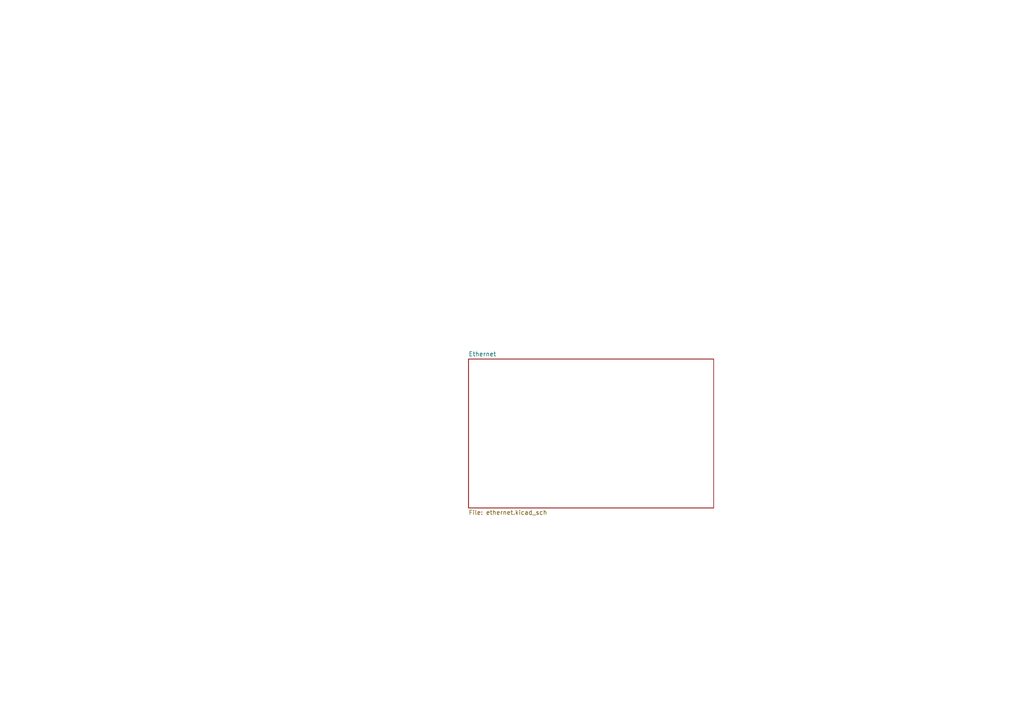
<source format=kicad_sch>
(kicad_sch (version 20211123) (generator eeschema)
  (paper "A4")
  (title_block (title "Cowmotics Panadonic Aquarea gateway") (date "2022-01-10") (rev "1") (company "Agilack") (comment 1 "Licence: CC-by-SA"))
  (lib_symbols)
  (sheet (at 135.89 104.14) (size 71.12 43.18) (stroke (width 0.1524))
    (property "Sheet name" "Ethernet" (at 135.89 103.4284 0) (effects (justify left bottom)))
    (property "Sheet file" "ethernet.kicad_sch" (at 135.89 147.9046 0) (effects (justify left top)))
  )
)
</source>
